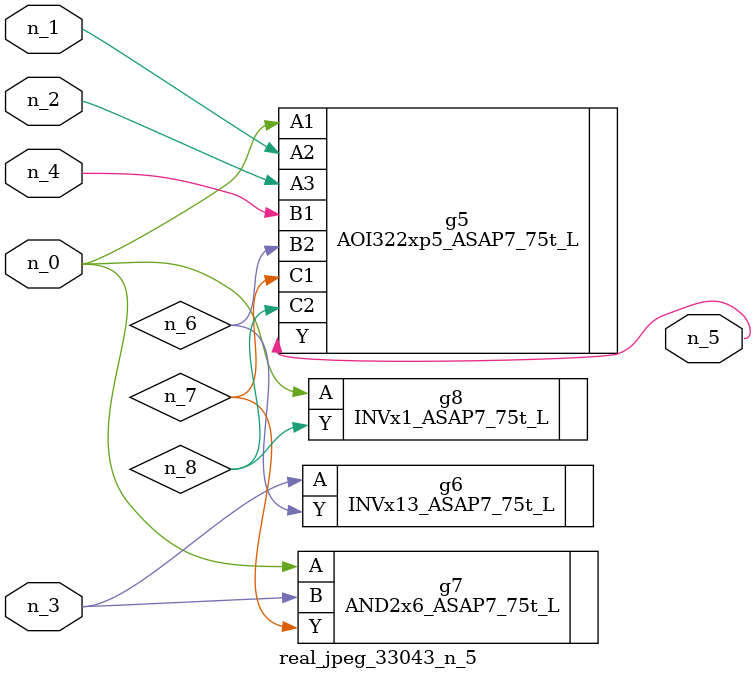
<source format=v>
module real_jpeg_33043_n_5 (n_4, n_0, n_1, n_2, n_3, n_5);

input n_4;
input n_0;
input n_1;
input n_2;
input n_3;

output n_5;

wire n_8;
wire n_6;
wire n_7;

AOI322xp5_ASAP7_75t_L g5 ( 
.A1(n_0),
.A2(n_1),
.A3(n_2),
.B1(n_4),
.B2(n_6),
.C1(n_7),
.C2(n_8),
.Y(n_5)
);

AND2x6_ASAP7_75t_L g7 ( 
.A(n_0),
.B(n_3),
.Y(n_7)
);

INVx1_ASAP7_75t_L g8 ( 
.A(n_0),
.Y(n_8)
);

INVx13_ASAP7_75t_L g6 ( 
.A(n_3),
.Y(n_6)
);


endmodule
</source>
